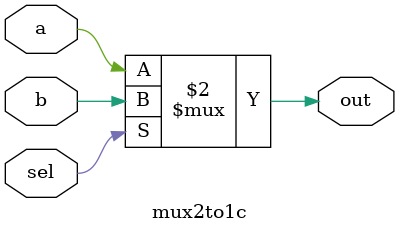
<source format=v>
/*
 * Antonio Aguilar
 * Multiplexor 2 a 1 compartamental
*/

module mux2to1c(input a, b, sel, output reg out);
	always @(sel)
	begin
		out = sel ? b : a;
	end
	
//	always @(sel)
//	begin
//		if (sel == 0)
//		out = a;
//	else
//		out = b;
//	end
	
//	always @(sel)
//	begin
//		case(sel)
//			0: out = a;
//			1: out = b;
//		endcase
//	end
endmodule

</source>
